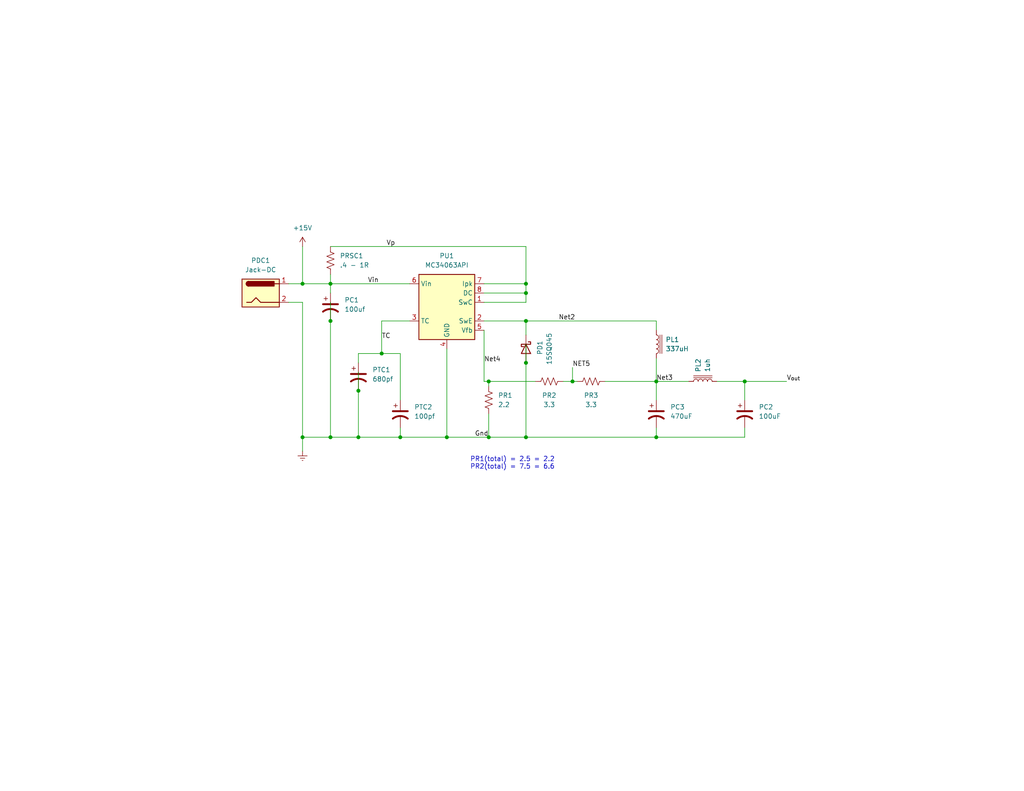
<source format=kicad_sch>
(kicad_sch (version 20231120) (generator "eeschema") (generator_version "8.0")
  (paper "USLetter")
  (lib_symbols
    (symbol "Connector:Jack-DC" (pin_names (offset 1.016))
      (property "Reference" "J" (at 0 5.334 0))
      (property "Value" "Jack-DC" (at 0 -5.08 0))
      (symbol "Jack-DC_0_1"
        (rectangle (start -5.08 3.81) (end 5.08 -3.81) (stroke (width 0.254)) (fill (type background)))
        (arc (start -3.302 3.175) (mid -3.9343 2.54) (end -3.302 1.905) (stroke (width 0.254)))
        (arc (start -3.302 3.175) (mid -3.9343 2.54) (end -3.302 1.905) (stroke (width 0.254)) (fill (type outline)))
        (polyline (pts (xy 5.08 2.54) (xy 3.81 2.54)) (stroke (width 0.254)))
        (polyline (pts (xy -3.81 -2.54) (xy -2.54 -2.54) (xy -1.27 -1.27) (xy 0 -2.54) (xy 2.54 -2.54) (xy 5.08 -2.54)) (stroke (width 0.254)))
        (rectangle (start 3.683 3.175) (end -3.302 1.905) (stroke (width 0.254)) (fill (type outline)))
      )
      (symbol "Jack-DC_1_1"
        (pin passive line (at 7.62 2.54 180) (length 2.54) (name "~") (number "1"))
        (pin passive line (at 7.62 -2.54 180) (length 2.54) (name "~") (number "2"))
      )
    )
    (symbol "Device:C_Polarized_US" (pin_numbers hide) (pin_names (offset 0.254) hide)
      (property "Reference" "C" (at 0.635 2.54 0))
      (property "Value" "C_Polarized_US" (at 0.635 -2.54 0))
      (symbol "C_Polarized_US_0_1"
        (polyline (pts (xy -2.032 0.762) (xy 2.032 0.762)) (stroke (width 0.508)))
        (polyline (pts (xy -1.778 2.286) (xy -0.762 2.286)))
        (polyline (pts (xy -1.27 1.778) (xy -1.27 2.794)))
        (arc (start 2.032 -1.27) (mid 0 -0.5572) (end -2.032 -1.27) (stroke (width 0.508)))
      )
      (symbol "C_Polarized_US_1_1"
        (pin passive line (at 0 3.81 270) (length 2.794) (name "~") (number "1"))
        (pin passive line (at 0 -3.81 90) (length 3.302) (name "~") (number "2"))
      )
    )
    (symbol "Device:D_Schottky" (pin_numbers hide) (pin_names (offset 1.016) hide)
      (property "Reference" "D" (at 0 2.54 0))
      (property "Value" "D_Schottky" (at 0 -2.54 0))
      (symbol "D_Schottky_0_1"
        (polyline (pts (xy 1.27 0) (xy -1.27 0)))
        (polyline (pts (xy 1.27 1.27) (xy 1.27 -1.27) (xy -1.27 0) (xy 1.27 1.27)) (stroke (width 0.254)))
        (polyline (pts (xy -1.905 0.635) (xy -1.905 1.27) (xy -1.27 1.27) (xy -1.27 -1.27) (xy -0.635 -1.27) (xy -0.635 -0.635)) (stroke (width 0.254)))
      )
      (symbol "D_Schottky_1_1"
        (pin passive line (at -3.81 0 0) (length 2.54) (name "K") (number "1"))
        (pin passive line (at 3.81 0 180) (length 2.54) (name "A") (number "2"))
      )
    )
    (symbol "Device:L_Iron" (pin_numbers hide) (pin_names (offset 1.016) hide)
      (property "Reference" "L" (at -1.27 0 90))
      (property "Value" "L_Iron" (at 2.794 0 90))
      (symbol "L_Iron_0_1"
        (arc (start 0 -2.54) (mid 0.6323 -1.905) (end 0 -1.27))
        (arc (start 0 -1.27) (mid 0.6323 -0.635) (end 0 0))
        (polyline (pts (xy 1.016 2.54) (xy 1.016 -2.54)))
        (polyline (pts (xy 1.524 -2.54) (xy 1.524 2.54)))
        (arc (start 0 0) (mid 0.6323 0.635) (end 0 1.27))
        (arc (start 0 1.27) (mid 0.6323 1.905) (end 0 2.54))
      )
      (symbol "L_Iron_1_1"
        (pin passive line (at 0 3.81 270) (length 1.27) (name "1") (number "1"))
        (pin passive line (at 0 -3.81 90) (length 1.27) (name "2") (number "2"))
      )
    )
    (symbol "Device:R_US" (pin_numbers hide) (pin_names (offset 0))
      (property "Reference" "R" (at 2.54 0 90))
      (property "Value" "R_US" (at -2.54 0 90))
      (symbol "R_US_0_1"
        (polyline (pts (xy 0 -2.286) (xy 0 -2.54)))
        (polyline (pts (xy 0 2.286) (xy 0 2.54)))
        (polyline (pts (xy 0 -0.762) (xy 1.016 -1.143) (xy 0 -1.524) (xy -1.016 -1.905) (xy 0 -2.286)))
        (polyline (pts (xy 0 0.762) (xy 1.016 0.381) (xy 0 0) (xy -1.016 -0.381) (xy 0 -0.762)))
        (polyline (pts (xy 0 2.286) (xy 1.016 1.905) (xy 0 1.524) (xy -1.016 1.143) (xy 0 0.762)))
      )
      (symbol "R_US_1_1"
        (pin passive line (at 0 3.81 270) (length 1.27) (name "~") (number "1"))
        (pin passive line (at 0 -3.81 90) (length 1.27) (name "~") (number "2"))
      )
    )
    (symbol "Regulator_Switching:MC34063AP"
      (property "Reference" "U" (at -7.62 8.89 0))
      (property "Value" "MC34063AP" (at 0 8.89 0))
      (symbol "MC34063AP_0_1"
        (rectangle (start -7.62 7.62) (end 7.62 -10.16) (stroke (width 0.254)) (fill (type background)))
      )
      (symbol "MC34063AP_1_1"
        (pin open_collector line (at 10.16 0 180) (length 2.54) (name "SwC") (number "1"))
        (pin open_emitter line (at 10.16 -5.08 180) (length 2.54) (name "SwE") (number "2"))
        (pin passive line (at -10.16 -5.08 0) (length 2.54) (name "TC") (number "3"))
        (pin power_in line (at 0 -12.7 90) (length 2.54) (name "GND") (number "4"))
        (pin input line (at 10.16 -7.62 180) (length 2.54) (name "Vfb") (number "5"))
        (pin power_in line (at -10.16 5.08 0) (length 2.54) (name "Vin") (number "6"))
        (pin input line (at 10.16 5.08 180) (length 2.54) (name "Ipk") (number "7"))
        (pin open_collector line (at 10.16 2.54 180) (length 2.54) (name "DC") (number "8"))
      )
    )
    (symbol "power:+15V" (power) (pin_names (offset 0))
      (property "Value" "+15V" (at 0 3.556 0))
      (symbol "+15V_0_1"
        (polyline (pts (xy -0.762 1.27) (xy 0 2.54)))
        (polyline (pts (xy 0 0) (xy 0 2.54)))
        (polyline (pts (xy 0 2.54) (xy 0.762 1.27)))
      )
      (symbol "+15V_1_1"
        (pin power_in line (at 0 0 90) (length 0) hide (name "+15V") (number "1"))
      )
    )
    (symbol "power:Earth" (power) (pin_names (offset 0))
      (symbol "Earth_0_1"
        (polyline (pts (xy -0.635 -1.905) (xy 0.635 -1.905)))
        (polyline (pts (xy -0.127 -2.54) (xy 0.127 -2.54)))
        (polyline (pts (xy 0 -1.27) (xy 0 0)))
        (polyline (pts (xy 1.27 -1.27) (xy -1.27 -1.27)))
      )
      (symbol "Earth_1_1"
        (pin power_in line (at 0 0 270) (length 0) hide (name "Earth") (number "1"))
      )
    )
  )
  (junction (at 121.92 119.38))
  (junction (at 179.07 104.14))
  (junction (at 156.21 104.14))
  (junction (at 97.79 106.68))
  (junction (at 90.17 77.47))
  (junction (at 90.17 87.63))
  (junction (at 133.35 104.14))
  (junction (at 143.51 119.38))
  (junction (at 82.55 77.47))
  (junction (at 133.35 119.38))
  (junction (at 82.55 119.38))
  (junction (at 109.22 119.38))
  (junction (at 97.79 119.38))
  (junction (at 143.51 87.63))
  (junction (at 143.51 80.01))
  (junction (at 143.51 99.06))
  (junction (at 104.14 96.52))
  (junction (at 179.07 119.38))
  (junction (at 90.17 119.38))
  (junction (at 143.51 77.47))
  (junction (at 203.2 104.14))
  (wire (pts (xy 203.2 116.84) (xy 203.2 119.38)))
  (wire (pts (xy 143.51 80.01) (xy 143.51 77.47)))
  (wire (pts (xy 132.08 82.55) (xy 143.51 82.55)))
  (wire (pts (xy 132.08 80.01) (xy 143.51 80.01)))
  (wire (pts (xy 143.51 93.98) (xy 143.51 99.06)))
  (wire (pts (xy 203.2 104.14) (xy 214.63 104.14)))
  (wire (pts (xy 97.79 101.6) (xy 97.79 106.68)))
  (wire (pts (xy 121.92 95.25) (xy 121.92 119.38)))
  (wire (pts (xy 203.2 109.22) (xy 203.2 104.14)))
  (wire (pts (xy 90.17 119.38) (xy 97.79 119.38)))
  (wire (pts (xy 143.51 87.63) (xy 179.07 87.63)))
  (wire (pts (xy 104.14 87.63) (xy 104.14 96.52)))
  (wire (pts (xy 179.07 119.38) (xy 203.2 119.38)))
  (wire (pts (xy 143.51 82.55) (xy 143.51 80.01)))
  (wire (pts (xy 143.51 119.38) (xy 179.07 119.38)))
  (wire (pts (xy 82.55 82.55) (xy 82.55 119.38)))
  (wire (pts (xy 133.35 104.14) (xy 146.05 104.14)))
  (wire (pts (xy 133.35 119.38) (xy 143.51 119.38)))
  (wire (pts (xy 156.21 104.14) (xy 157.48 104.14)))
  (wire (pts (xy 133.35 113.03) (xy 133.35 119.38)))
  (wire (pts (xy 165.1 104.14) (xy 179.07 104.14)))
  (wire (pts (xy 82.55 119.38) (xy 82.55 123.19)))
  (wire (pts (xy 97.79 119.38) (xy 109.22 119.38)))
  (wire (pts (xy 179.07 104.14) (xy 179.07 109.22)))
  (wire (pts (xy 179.07 97.79) (xy 179.07 104.14)))
  (wire (pts (xy 97.79 106.68) (xy 97.79 119.38)))
  (wire (pts (xy 104.14 96.52) (xy 109.22 96.52)))
  (wire (pts (xy 82.55 67.31) (xy 82.55 77.47)))
  (wire (pts (xy 78.74 77.47) (xy 82.55 77.47)))
  (wire (pts (xy 90.17 74.93) (xy 90.17 77.47)))
  (wire (pts (xy 133.35 104.14) (xy 133.35 105.41)))
  (wire (pts (xy 90.17 67.31) (xy 143.51 67.31)))
  (wire (pts (xy 109.22 119.38) (xy 121.92 119.38)))
  (wire (pts (xy 90.17 77.47) (xy 90.17 80.01)))
  (wire (pts (xy 78.74 82.55) (xy 82.55 82.55)))
  (wire (pts (xy 143.51 87.63) (xy 143.51 91.44)))
  (wire (pts (xy 90.17 77.47) (xy 82.55 77.47)))
  (wire (pts (xy 132.08 104.14) (xy 133.35 104.14)))
  (wire (pts (xy 90.17 87.63) (xy 90.17 119.38)))
  (wire (pts (xy 195.58 104.14) (xy 203.2 104.14)))
  (wire (pts (xy 97.79 99.06) (xy 97.79 96.52)))
  (wire (pts (xy 132.08 87.63) (xy 143.51 87.63)))
  (wire (pts (xy 90.17 77.47) (xy 111.76 77.47)))
  (wire (pts (xy 143.51 77.47) (xy 143.51 67.31)))
  (wire (pts (xy 153.67 104.14) (xy 156.21 104.14)))
  (wire (pts (xy 132.08 77.47) (xy 143.51 77.47)))
  (wire (pts (xy 121.92 119.38) (xy 133.35 119.38)))
  (wire (pts (xy 109.22 109.22) (xy 109.22 96.52)))
  (wire (pts (xy 82.55 119.38) (xy 90.17 119.38)))
  (wire (pts (xy 97.79 96.52) (xy 104.14 96.52)))
  (wire (pts (xy 104.14 87.63) (xy 111.76 87.63)))
  (wire (pts (xy 179.07 87.63) (xy 179.07 90.17)))
  (wire (pts (xy 143.51 99.06) (xy 143.51 119.38)))
  (wire (pts (xy 90.17 82.55) (xy 90.17 87.63)))
  (wire (pts (xy 132.08 90.17) (xy 132.08 104.14)))
  (wire (pts (xy 109.22 116.84) (xy 109.22 119.38)))
  (wire (pts (xy 156.21 100.33) (xy 156.21 104.14)))
  (wire (pts (xy 179.07 104.14) (xy 187.96 104.14)))
  (wire (pts (xy 179.07 116.84) (xy 179.07 119.38)))
  (text "PR1(total) = 2.5 = 2.2\nPR2(total) = 7.5 = 6.6\n" (at 128.27 128.27 0) (effects (font (size 1.27 1.27)) (justify left bottom)))
  (label "Gnd" (at 129.54 119.38 0))
  (label "NET5" (at 156.21 100.33 0))
  (label "TC" (at 104.14 92.71 0))
  (label "Vin" (at 100.33 77.47 0))
  (label "Net2" (at 152.4 87.63 0))
  (label "V_{out}" (at 214.63 104.14 0))
  (label "Net4" (at 132.08 99.06 0))
  (label "Net3" (at 179.07 104.14 0))
  (label "Vp" (at 105.41 67.31 0))
  (symbol (lib_id "Device:C_Polarized_US") (at 97.79 102.87 0) (unit 1)
    (property "Reference" "PTC1" (at 101.6 100.965 0) (effects (justify left)))
    (property "Value" "680pf" (at 101.6 103.505 0) (effects (justify left)))
  )
  (symbol (lib_id "Device:L_Iron") (at 191.77 104.14 90) (unit 1)
    (property "Reference" "PL2" (at 190.5 101.6 0) (effects (justify left)))
    (property "Value" "1uh" (at 193.04 101.6 0) (effects (justify left)))
  )
  (symbol (lib_id "Device:R_US") (at 90.17 71.12 0) (unit 1)
    (property "Reference" "PRSC1" (at 92.71 69.85 0) (effects (justify left)))
    (property "Value" ".4 - 1R" (at 92.71 72.39 0) (effects (justify left)))
  )
  (symbol (lib_id "Device:C_Polarized_US") (at 179.07 113.03 0) (unit 1)
    (property "Reference" "PC3" (at 182.88 111.125 0) (effects (justify left)))
    (property "Value" "470uF" (at 182.88 113.665 0) (effects (justify left)))
  )
  (symbol (lib_id "Device:D_Schottky") (at 143.51 95.25 270) (unit 1)
    (property "Reference" "PD1" (at 147.32 94.9325 0))
    (property "Value" "15SQ045" (at 149.86 95.25 0))
  )
  (symbol (lib_id "Device:C_Polarized_US") (at 109.22 113.03 0) (unit 1)
    (property "Reference" "PTC2" (at 113.03 111.125 0) (effects (justify left)))
    (property "Value" "100pf" (at 113.03 113.665 0) (effects (justify left)))
  )
  (symbol (lib_id "Device:R_US") (at 133.35 109.22 0) (unit 1)
    (property "Reference" "PR1" (at 135.89 107.95 0) (effects (justify left)))
    (property "Value" "2.2" (at 135.89 110.49 0) (effects (justify left)))
  )
  (symbol (lib_id "Device:C_Polarized_US") (at 90.17 83.82 0) (unit 1)
    (property "Reference" "PC1" (at 93.98 81.915 0) (effects (justify left)))
    (property "Value" "100uf" (at 93.98 84.455 0) (effects (justify left)))
  )
  (symbol (lib_id "power:+15V") (at 82.55 67.31 0) (unit 1)
    (property "Reference" "#PWR07" (effects (hide yes)))
    (property "Value" "+15V" (at 82.55 62.23 0))
  )
  (symbol (lib_id "Connector:Jack-DC") (at 71.12 80.01 0) (unit 1)
    (property "Reference" "PDC1" (at 71.12 71.12 0))
    (property "Value" "Jack-DC" (at 71.12 73.66 0))
  )
  (symbol (lib_id "Regulator_Switching:MC34063AP") (at 121.92 82.55 0) (unit 1)
    (property "Reference" "PU1" (at 121.92 69.85 0))
    (property "Value" "MC34063API" (at 121.92 72.39 0))
    (property "Footprint" "Package_DIP:DIP-8_W7.62mm" (effects (hide yes)))
    (property "Datasheet" "http://www.onsemi.com/pub_link/Collateral/MC34063A-D.PDF" (effects (hide yes)))
  )
  (symbol (lib_id "Device:R_US") (at 149.86 104.14 90) (unit 1)
    (property "Reference" "PR2" (at 149.86 107.95 90))
    (property "Value" "3.3" (at 149.86 110.49 90))
  )
  (symbol (lib_id "power:Earth") (at 82.55 123.19 0) (unit 1)
    (property "Reference" "#PWR08" (effects (hide yes)))
    (property "Value" "Earth" (effects (hide yes)))
  )
  (symbol (lib_id "Device:L_Iron") (at 179.07 93.98 0) (unit 1)
    (property "Reference" "PL1" (at 181.61 92.71 0) (effects (justify left)))
    (property "Value" "337uH" (at 181.61 95.25 0) (effects (justify left)))
  )
  (symbol (lib_id "Device:C_Polarized_US") (at 203.2 113.03 0) (unit 1)
    (property "Reference" "PC2" (at 207.01 111.125 0) (effects (justify left)))
    (property "Value" "100uF" (at 207.01 113.665 0) (effects (justify left)))
  )
  (symbol (lib_id "Device:R_US") (at 161.29 104.14 90) (unit 1)
    (property "Reference" "PR3" (at 161.29 107.95 90))
    (property "Value" "3.3" (at 161.29 110.49 90))
  )
)
</source>
